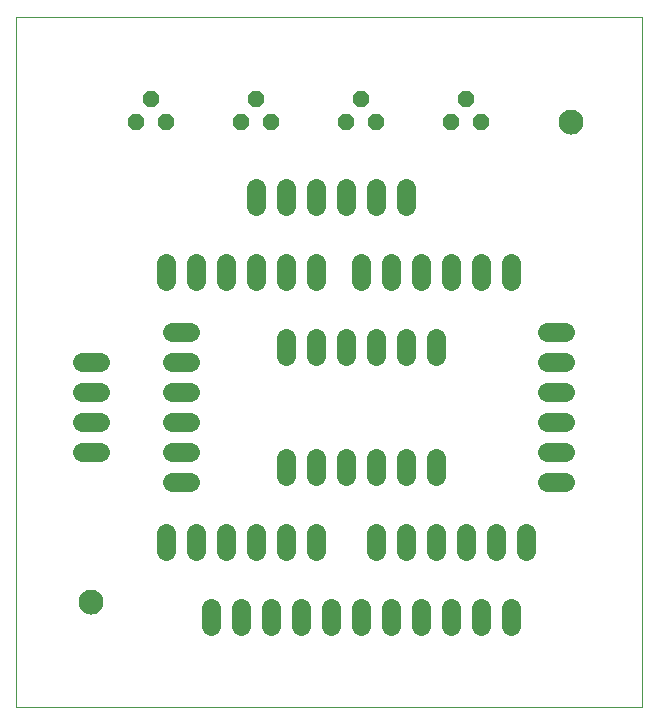
<source format=gts>
G75*
%MOIN*%
%OFA0B0*%
%FSLAX24Y24*%
%IPPOS*%
%LPD*%
%AMOC8*
5,1,8,0,0,1.08239X$1,22.5*
%
%ADD10C,0.0000*%
%ADD11C,0.0827*%
%ADD12C,0.0640*%
%ADD13OC8,0.0520*%
D10*
X000100Y000140D02*
X000100Y023136D01*
X020970Y023136D01*
X020970Y000140D01*
X000100Y000140D01*
X002206Y003640D02*
X002208Y003679D01*
X002214Y003718D01*
X002224Y003756D01*
X002237Y003793D01*
X002254Y003828D01*
X002274Y003862D01*
X002298Y003893D01*
X002325Y003922D01*
X002354Y003948D01*
X002386Y003971D01*
X002420Y003991D01*
X002456Y004007D01*
X002493Y004019D01*
X002532Y004028D01*
X002571Y004033D01*
X002610Y004034D01*
X002649Y004031D01*
X002688Y004024D01*
X002725Y004013D01*
X002762Y003999D01*
X002797Y003981D01*
X002830Y003960D01*
X002861Y003935D01*
X002889Y003908D01*
X002914Y003878D01*
X002936Y003845D01*
X002955Y003811D01*
X002970Y003775D01*
X002982Y003737D01*
X002990Y003699D01*
X002994Y003660D01*
X002994Y003620D01*
X002990Y003581D01*
X002982Y003543D01*
X002970Y003505D01*
X002955Y003469D01*
X002936Y003435D01*
X002914Y003402D01*
X002889Y003372D01*
X002861Y003345D01*
X002830Y003320D01*
X002797Y003299D01*
X002762Y003281D01*
X002725Y003267D01*
X002688Y003256D01*
X002649Y003249D01*
X002610Y003246D01*
X002571Y003247D01*
X002532Y003252D01*
X002493Y003261D01*
X002456Y003273D01*
X002420Y003289D01*
X002386Y003309D01*
X002354Y003332D01*
X002325Y003358D01*
X002298Y003387D01*
X002274Y003418D01*
X002254Y003452D01*
X002237Y003487D01*
X002224Y003524D01*
X002214Y003562D01*
X002208Y003601D01*
X002206Y003640D01*
X018206Y019640D02*
X018208Y019679D01*
X018214Y019718D01*
X018224Y019756D01*
X018237Y019793D01*
X018254Y019828D01*
X018274Y019862D01*
X018298Y019893D01*
X018325Y019922D01*
X018354Y019948D01*
X018386Y019971D01*
X018420Y019991D01*
X018456Y020007D01*
X018493Y020019D01*
X018532Y020028D01*
X018571Y020033D01*
X018610Y020034D01*
X018649Y020031D01*
X018688Y020024D01*
X018725Y020013D01*
X018762Y019999D01*
X018797Y019981D01*
X018830Y019960D01*
X018861Y019935D01*
X018889Y019908D01*
X018914Y019878D01*
X018936Y019845D01*
X018955Y019811D01*
X018970Y019775D01*
X018982Y019737D01*
X018990Y019699D01*
X018994Y019660D01*
X018994Y019620D01*
X018990Y019581D01*
X018982Y019543D01*
X018970Y019505D01*
X018955Y019469D01*
X018936Y019435D01*
X018914Y019402D01*
X018889Y019372D01*
X018861Y019345D01*
X018830Y019320D01*
X018797Y019299D01*
X018762Y019281D01*
X018725Y019267D01*
X018688Y019256D01*
X018649Y019249D01*
X018610Y019246D01*
X018571Y019247D01*
X018532Y019252D01*
X018493Y019261D01*
X018456Y019273D01*
X018420Y019289D01*
X018386Y019309D01*
X018354Y019332D01*
X018325Y019358D01*
X018298Y019387D01*
X018274Y019418D01*
X018254Y019452D01*
X018237Y019487D01*
X018224Y019524D01*
X018214Y019562D01*
X018208Y019601D01*
X018206Y019640D01*
D11*
X018600Y019640D03*
X002600Y003640D03*
D12*
X005100Y005340D02*
X005100Y005940D01*
X006100Y005940D02*
X006100Y005340D01*
X007100Y005340D02*
X007100Y005940D01*
X008100Y005940D02*
X008100Y005340D01*
X009100Y005340D02*
X009100Y005940D01*
X010100Y005940D02*
X010100Y005340D01*
X009600Y003440D02*
X009600Y002840D01*
X008600Y002840D02*
X008600Y003440D01*
X007600Y003440D02*
X007600Y002840D01*
X006600Y002840D02*
X006600Y003440D01*
X005900Y007640D02*
X005300Y007640D01*
X005300Y008640D02*
X005900Y008640D01*
X005900Y009640D02*
X005300Y009640D01*
X005300Y010640D02*
X005900Y010640D01*
X005900Y011640D02*
X005300Y011640D01*
X005300Y012640D02*
X005900Y012640D01*
X006100Y014340D02*
X006100Y014940D01*
X005100Y014940D02*
X005100Y014340D01*
X007100Y014340D02*
X007100Y014940D01*
X008100Y014940D02*
X008100Y014340D01*
X009100Y014340D02*
X009100Y014940D01*
X010100Y014940D02*
X010100Y014340D01*
X011600Y014340D02*
X011600Y014940D01*
X012600Y014940D02*
X012600Y014340D01*
X013600Y014340D02*
X013600Y014940D01*
X014600Y014940D02*
X014600Y014340D01*
X015600Y014340D02*
X015600Y014940D01*
X016600Y014940D02*
X016600Y014340D01*
X017800Y012640D02*
X018400Y012640D01*
X018400Y011640D02*
X017800Y011640D01*
X017800Y010640D02*
X018400Y010640D01*
X018400Y009640D02*
X017800Y009640D01*
X017800Y008640D02*
X018400Y008640D01*
X018400Y007640D02*
X017800Y007640D01*
X017100Y005940D02*
X017100Y005340D01*
X016100Y005340D02*
X016100Y005940D01*
X015100Y005940D02*
X015100Y005340D01*
X014100Y005340D02*
X014100Y005940D01*
X013100Y005940D02*
X013100Y005340D01*
X012100Y005340D02*
X012100Y005940D01*
X012100Y007840D02*
X012100Y008440D01*
X011100Y008440D02*
X011100Y007840D01*
X010100Y007840D02*
X010100Y008440D01*
X009100Y008440D02*
X009100Y007840D01*
X009100Y011840D02*
X009100Y012440D01*
X010100Y012440D02*
X010100Y011840D01*
X011100Y011840D02*
X011100Y012440D01*
X012100Y012440D02*
X012100Y011840D01*
X013100Y011840D02*
X013100Y012440D01*
X014100Y012440D02*
X014100Y011840D01*
X014100Y008440D02*
X014100Y007840D01*
X013100Y007840D02*
X013100Y008440D01*
X012600Y003440D02*
X012600Y002840D01*
X011600Y002840D02*
X011600Y003440D01*
X010600Y003440D02*
X010600Y002840D01*
X013600Y002840D02*
X013600Y003440D01*
X014600Y003440D02*
X014600Y002840D01*
X015600Y002840D02*
X015600Y003440D01*
X016600Y003440D02*
X016600Y002840D01*
X013100Y016840D02*
X013100Y017440D01*
X012100Y017440D02*
X012100Y016840D01*
X011100Y016840D02*
X011100Y017440D01*
X010100Y017440D02*
X010100Y016840D01*
X009100Y016840D02*
X009100Y017440D01*
X008100Y017440D02*
X008100Y016840D01*
X002900Y011640D02*
X002300Y011640D01*
X002300Y010640D02*
X002900Y010640D01*
X002900Y009640D02*
X002300Y009640D01*
X002300Y008640D02*
X002900Y008640D01*
D13*
X004100Y019640D03*
X004600Y020390D03*
X005100Y019640D03*
X007600Y019640D03*
X008100Y020390D03*
X008600Y019640D03*
X011100Y019640D03*
X011600Y020390D03*
X012100Y019640D03*
X014600Y019640D03*
X015100Y020390D03*
X015600Y019640D03*
M02*

</source>
